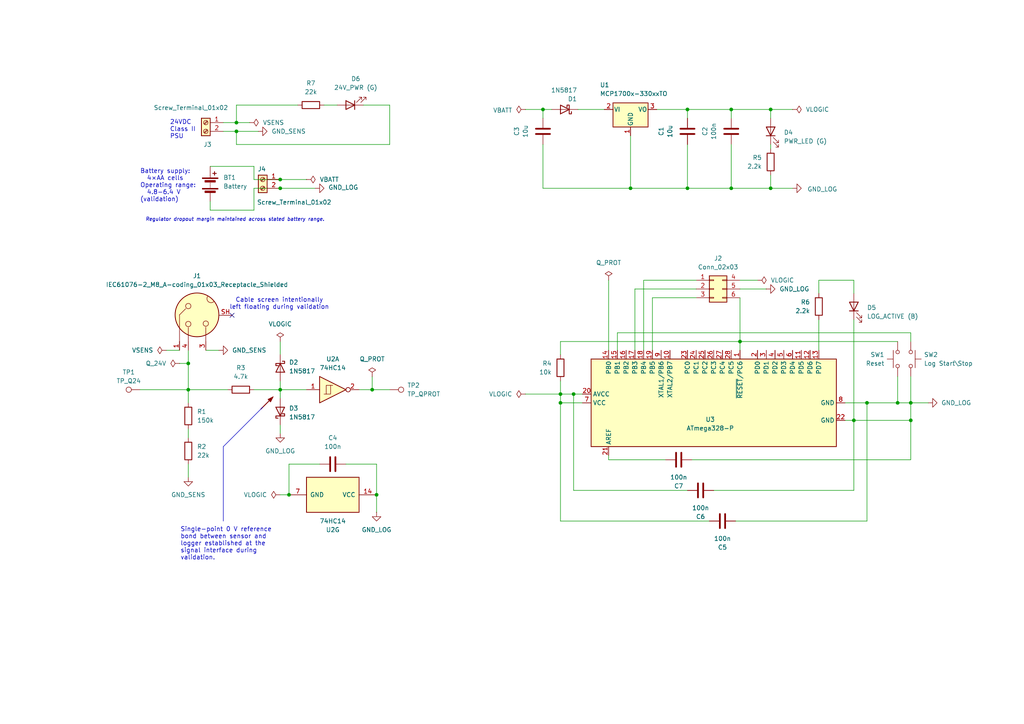
<source format=kicad_sch>
(kicad_sch (version 20250114) (generator "eeschema") (generator_version "9.0")
  (paper "A4")
  (title_block (title "Empirical Validation\\nLogging Platform\\n\\nReference Schematic") (date "02.01.2026") (rev "AAA") (company "Primafruit Ltd") (comment 1 "W.Bickerstaff") (comment 3 "For Validation Use Only"))
  (lib_symbols
    (symbol "74xx:74HC14" (pin_names (offset 1.016))
      (property "Reference" "U" (at 0 1.27 0))
      (property "Value" "74HC14" (at 0 -1.27 0))
      (symbol "74HC14_1_0"
        (polyline (pts (xy -3.81 3.81) (xy -3.81 -3.81) (xy 3.81 0) (xy -3.81 3.81)) (stroke (width 0.254)) (fill (type background)))
        (pin input line (at -7.62 0 0) (length 3.81) (name "~") (number "1"))
        (pin output inverted (at 7.62 0 180) (length 3.81) (name "~") (number "2"))
      )
      (symbol "74HC14_1_1"
        (polyline (pts (xy -2.54 -1.27) (xy -0.635 -1.27) (xy -0.635 1.27) (xy 0 1.27)))
        (polyline (pts (xy -1.905 -1.27) (xy -1.905 1.27) (xy -0.635 1.27)))
      )
      (symbol "74HC14_2_0"
        (polyline (pts (xy -3.81 3.81) (xy -3.81 -3.81) (xy 3.81 0) (xy -3.81 3.81)) (stroke (width 0.254)) (fill (type background)))
        (pin input line (at -7.62 0 0) (length 3.81) (name "~") (number "3"))
        (pin output inverted (at 7.62 0 180) (length 3.81) (name "~") (number "4"))
      )
      (symbol "74HC14_2_1"
        (polyline (pts (xy -2.54 -1.27) (xy -0.635 -1.27) (xy -0.635 1.27) (xy 0 1.27)))
        (polyline (pts (xy -1.905 -1.27) (xy -1.905 1.27) (xy -0.635 1.27)))
      )
      (symbol "74HC14_3_0"
        (polyline (pts (xy -3.81 3.81) (xy -3.81 -3.81) (xy 3.81 0) (xy -3.81 3.81)) (stroke (width 0.254)) (fill (type background)))
        (pin input line (at -7.62 0 0) (length 3.81) (name "~") (number "5"))
        (pin output inverted (at 7.62 0 180) (length 3.81) (name "~") (number "6"))
      )
      (symbol "74HC14_3_1"
        (polyline (pts (xy -2.54 -1.27) (xy -0.635 -1.27) (xy -0.635 1.27) (xy 0 1.27)))
        (polyline (pts (xy -1.905 -1.27) (xy -1.905 1.27) (xy -0.635 1.27)))
      )
      (symbol "74HC14_4_0"
        (polyline (pts (xy -3.81 3.81) (xy -3.81 -3.81) (xy 3.81 0) (xy -3.81 3.81)) (stroke (width 0.254)) (fill (type background)))
        (pin input line (at -7.62 0 0) (length 3.81) (name "~") (number "9"))
        (pin output inverted (at 7.62 0 180) (length 3.81) (name "~") (number "8"))
      )
      (symbol "74HC14_4_1"
        (polyline (pts (xy -2.54 -1.27) (xy -0.635 -1.27) (xy -0.635 1.27) (xy 0 1.27)))
        (polyline (pts (xy -1.905 -1.27) (xy -1.905 1.27) (xy -0.635 1.27)))
      )
      (symbol "74HC14_5_0"
        (polyline (pts (xy -3.81 3.81) (xy -3.81 -3.81) (xy 3.81 0) (xy -3.81 3.81)) (stroke (width 0.254)) (fill (type background)))
        (pin input line (at -7.62 0 0) (length 3.81) (name "~") (number "11"))
        (pin output inverted (at 7.62 0 180) (length 3.81) (name "~") (number "10"))
      )
      (symbol "74HC14_5_1"
        (polyline (pts (xy -2.54 -1.27) (xy -0.635 -1.27) (xy -0.635 1.27) (xy 0 1.27)))
        (polyline (pts (xy -1.905 -1.27) (xy -1.905 1.27) (xy -0.635 1.27)))
      )
      (symbol "74HC14_6_0"
        (polyline (pts (xy -3.81 3.81) (xy -3.81 -3.81) (xy 3.81 0) (xy -3.81 3.81)) (stroke (width 0.254)) (fill (type background)))
        (pin input line (at -7.62 0 0) (length 3.81) (name "~") (number "13"))
        (pin output inverted (at 7.62 0 180) (length 3.81) (name "~") (number "12"))
      )
      (symbol "74HC14_6_1"
        (polyline (pts (xy -2.54 -1.27) (xy -0.635 -1.27) (xy -0.635 1.27) (xy 0 1.27)))
        (polyline (pts (xy -1.905 -1.27) (xy -1.905 1.27) (xy -0.635 1.27)))
      )
      (symbol "74HC14_7_0"
        (pin power_in line (at 0 12.7 270) (length 5.08) (name "VCC") (number "14"))
        (pin power_in line (at 0 -12.7 90) (length 5.08) (name "GND") (number "7"))
      )
      (symbol "74HC14_7_1"
        (rectangle (start -5.08 7.62) (end 5.08 -7.62) (stroke (width 0.254)) (fill (type background)))
      )
    )
    (symbol "Connector:IEC61076-2_M8_A-coding_01x03_Receptacle_Shielded"
      (property "Reference" "J" (at 0 7.62 0))
      (property "Value" "IEC61076-2_M8_A-coding_01x03_Receptacle_Shielded" (at 0 -7.62 0))
      (symbol "IEC61076-2_M8_A-coding_01x03_Receptacle_Shielded_0_1"
        (polyline (pts (xy -7.62 -2.54) (xy -3.429 -2.54)))
        (polyline (pts (xy -3.556 2.54) (xy -7.62 2.54)))
        (circle (center -2.54 2.54) (radius 0.762))
        (circle (center -2.413 -2.54) (radius 0.762))
        (polyline (pts (xy 0.1144 5.0908) (xy 1.8924 3.3128)))
        (circle (center 0.1144 0.0108) (radius 6.35) (stroke (width 0.254)) (fill (type background)))
        (polyline (pts (xy 0.127 5.08) (xy -7.62 5.08)))
        (circle (center 2.667 2.54) (radius 0.762))
        (arc (start 4.0514 -4.9422) (mid 3.9369 -3.3019) (end 5.5754 -3.1642))
      )
      (symbol "IEC61076-2_M8_A-coding_01x03_Receptacle_Shielded_1_1"
        (pin passive line (at -10.16 5.08 0) (length 2.54) (name "~") (number "1"))
        (pin passive line (at -10.16 2.54 0) (length 2.54) (name "~") (number "4"))
        (pin passive line (at -10.16 -2.54 0) (length 2.54) (name "~") (number "3"))
        (pin passive line (at 0 -10.16 90) (length 3.81) (name "~") (number "SH"))
      )
    )
    (symbol "Connector:Screw_Terminal_01x02" (pin_names (offset 1.016) (hide yes))
      (property "Reference" "J" (at 0 2.54 0))
      (property "Value" "Screw_Terminal_01x02" (at 0 -5.08 0))
      (symbol "Screw_Terminal_01x02_1_1"
        (rectangle (start -1.27 1.27) (end 1.27 -3.81) (stroke (width 0.254)) (fill (type background)))
        (polyline (pts (xy -0.5334 0.3302) (xy 0.3302 -0.508)) (stroke (width 0.1524)))
        (polyline (pts (xy -0.5334 -2.2098) (xy 0.3302 -3.048)) (stroke (width 0.1524)))
        (polyline (pts (xy -0.3556 0.508) (xy 0.508 -0.3302)) (stroke (width 0.1524)))
        (polyline (pts (xy -0.3556 -2.032) (xy 0.508 -2.8702)) (stroke (width 0.1524)))
        (circle (center 0 0) (radius 0.635) (stroke (width 0.1524)))
        (circle (center 0 -2.54) (radius 0.635) (stroke (width 0.1524)))
        (pin passive line (at -5.08 0 0) (length 3.81) (name "Pin_1") (number "1"))
        (pin passive line (at -5.08 -2.54 0) (length 3.81) (name "Pin_2") (number "2"))
      )
    )
    (symbol "Connector:TestPoint" (pin_numbers (hide yes)) (pin_names (offset 0.762) (hide yes))
      (property "Reference" "TP" (at 0 6.858 0))
      (property "Value" "TestPoint" (at 0 5.08 0))
      (symbol "TestPoint_0_1"
        (circle (center 0 3.302) (radius 0.762))
      )
      (symbol "TestPoint_1_1"
        (pin passive line (at 0 0 90) (length 2.54) (name "1") (number "1"))
      )
    )
    (symbol "Connector_Generic:Conn_02x03_Top_Bottom" (pin_names (offset 1.016) (hide yes))
      (property "Reference" "J" (at 1.27 5.08 0))
      (property "Value" "Conn_02x03_Top_Bottom" (at 1.27 -5.08 0))
      (symbol "Conn_02x03_Top_Bottom_1_1"
        (rectangle (start -1.27 3.81) (end 3.81 -3.81) (stroke (width 0.254)) (fill (type background)))
        (rectangle (start -1.27 2.667) (end 0 2.413) (stroke (width 0.1524)))
        (rectangle (start -1.27 0.127) (end 0 -0.127) (stroke (width 0.1524)))
        (rectangle (start -1.27 -2.413) (end 0 -2.667) (stroke (width 0.1524)))
        (rectangle (start 3.81 2.667) (end 2.54 2.413) (stroke (width 0.1524)))
        (rectangle (start 3.81 0.127) (end 2.54 -0.127) (stroke (width 0.1524)))
        (rectangle (start 3.81 -2.413) (end 2.54 -2.667) (stroke (width 0.1524)))
        (pin passive line (at -5.08 2.54 0) (length 3.81) (name "Pin_1") (number "1"))
        (pin passive line (at -5.08 0 0) (length 3.81) (name "Pin_2") (number "2"))
        (pin passive line (at -5.08 -2.54 0) (length 3.81) (name "Pin_3") (number "3"))
        (pin passive line (at 7.62 2.54 180) (length 3.81) (name "Pin_4") (number "4"))
        (pin passive line (at 7.62 0 180) (length 3.81) (name "Pin_5") (number "5"))
        (pin passive line (at 7.62 -2.54 180) (length 3.81) (name "Pin_6") (number "6"))
      )
    )
    (symbol "Device:Battery" (pin_numbers (hide yes)) (pin_names (offset 0) (hide yes))
      (property "Reference" "BT" (at 2.54 2.54 0))
      (property "Value" "Battery" (at 2.54 0 0))
      (symbol "Battery_0_1"
        (rectangle (start -2.286 1.778) (end 2.286 1.524) (fill (type outline)))
        (rectangle (start -2.286 -1.27) (end 2.286 -1.524) (fill (type outline)))
        (rectangle (start -1.524 1.016) (end 1.524 0.508) (fill (type outline)))
        (rectangle (start -1.524 -2.032) (end 1.524 -2.54) (fill (type outline)))
        (polyline (pts (xy 0 1.778) (xy 0 2.54)))
        (polyline (pts (xy 0 0) (xy 0 0.254)))
        (polyline (pts (xy 0 -0.508) (xy 0 -0.254)))
        (polyline (pts (xy 0 -1.016) (xy 0 -0.762)))
        (polyline (pts (xy 0.762 3.048) (xy 1.778 3.048)) (stroke (width 0.254)))
        (polyline (pts (xy 1.27 3.556) (xy 1.27 2.54)) (stroke (width 0.254)))
      )
      (symbol "Battery_1_1"
        (pin passive line (at 0 5.08 270) (length 2.54) (name "+") (number "1"))
        (pin passive line (at 0 -5.08 90) (length 2.54) (name "-") (number "2"))
      )
    )
    (symbol "Device:C" (pin_numbers (hide yes)) (pin_names (offset 0.254))
      (property "Reference" "C" (at 0.635 2.54 0))
      (property "Value" "C" (at 0.635 -2.54 0))
      (symbol "C_0_1"
        (polyline (pts (xy -2.032 0.762) (xy 2.032 0.762)) (stroke (width 0.508)))
        (polyline (pts (xy -2.032 -0.762) (xy 2.032 -0.762)) (stroke (width 0.508)))
      )
      (symbol "C_1_1"
        (pin passive line (at 0 3.81 270) (length 2.794) (name "~") (number "1"))
        (pin passive line (at 0 -3.81 90) (length 2.794) (name "~") (number "2"))
      )
    )
    (symbol "Device:LED" (pin_numbers (hide yes)) (pin_names (offset 1.016) (hide yes))
      (property "Reference" "D" (at 0 2.54 0))
      (property "Value" "LED" (at 0 -2.54 0))
      (symbol "LED_0_1"
        (polyline (pts (xy -3.048 -0.762) (xy -4.572 -2.286) (xy -3.81 -2.286) (xy -4.572 -2.286) (xy -4.572 -1.524)))
        (polyline (pts (xy -1.778 -0.762) (xy -3.302 -2.286) (xy -2.54 -2.286) (xy -3.302 -2.286) (xy -3.302 -1.524)))
        (polyline (pts (xy -1.27 0) (xy 1.27 0)))
        (polyline (pts (xy -1.27 -1.27) (xy -1.27 1.27)) (stroke (width 0.254)))
        (polyline (pts (xy 1.27 -1.27) (xy 1.27 1.27) (xy -1.27 0) (xy 1.27 -1.27)) (stroke (width 0.254)))
      )
      (symbol "LED_1_1"
        (pin passive line (at -3.81 0 0) (length 2.54) (name "K") (number "1"))
        (pin passive line (at 3.81 0 180) (length 2.54) (name "A") (number "2"))
      )
    )
    (symbol "Device:R" (pin_numbers (hide yes)) (pin_names (offset 0))
      (property "Reference" "R" (at 2.032 0 90))
      (property "Value" "R" (at 0 0 90))
      (symbol "R_0_1"
        (rectangle (start -1.016 -2.54) (end 1.016 2.54) (stroke (width 0.254)))
      )
      (symbol "R_1_1"
        (pin passive line (at 0 3.81 270) (length 1.27) (name "~") (number "1"))
        (pin passive line (at 0 -3.81 90) (length 1.27) (name "~") (number "2"))
      )
    )
    (symbol "Diode:1N5817" (pin_numbers (hide yes)) (pin_names (offset 1.016) (hide yes))
      (property "Reference" "D" (at 0 2.54 0))
      (property "Value" "1N5817" (at 0 -2.54 0))
      (symbol "1N5817_0_1"
        (polyline (pts (xy -1.905 0.635) (xy -1.905 1.27) (xy -1.27 1.27) (xy -1.27 -1.27) (xy -0.635 -1.27) (xy -0.635 -0.635)) (stroke (width 0.254)))
        (polyline (pts (xy 1.27 1.27) (xy 1.27 -1.27) (xy -1.27 0) (xy 1.27 1.27)) (stroke (width 0.254)))
        (polyline (pts (xy 1.27 0) (xy -1.27 0)))
      )
      (symbol "1N5817_1_1"
        (pin passive line (at -3.81 0 0) (length 2.54) (name "K") (number "1"))
        (pin passive line (at 3.81 0 180) (length 2.54) (name "A") (number "2"))
      )
    )
    (symbol "Graphic:SYM_Arrow45_Normal" (pin_numbers (hide yes)) (in_bom no) (on_board no)
      (symbol "SYM_Arrow45_Normal_0_1"
        (polyline (pts (xy 1.524 -1.524) (xy -1.778 1.778)) (stroke (width 0.254)))
        (polyline (pts (xy 1.778 -1.778) (xy 0.254 -1.016) (xy 1.016 -0.254) (xy 1.778 -1.778)) (fill (type outline)))
      )
    )
    (symbol "MCU_Microchip_ATmega:ATmega328-P"
      (property "Reference" "U3" (at 5.4454 -44.45 90))
      (property "Value" "ATmega328-P" (at 2.9054 -44.45 90))
      (symbol "ATmega328-P_0_1"
        (rectangle (start -12.7 -35.56) (end 12.7 35.56) (stroke (width 0.254)) (fill (type background)))
      )
      (symbol "ATmega328-P_1_1"
        (pin passive line (at -15.24 30.48 0) (length 2.54) (name "AREF") (number "21"))
        (pin power_in line (at -5.08 -38.1 90) (length 2.54) (name "GND") (number "22"))
        (pin power_in line (at 0 38.1 270) (length 2.54) (name "VCC") (number "7"))
        (pin power_in line (at 0 -38.1 90) (length 2.54) (name "GND") (number "8"))
        (pin power_in line (at 2.54 38.1 270) (length 2.54) (name "AVCC") (number "20"))
        (pin bidirectional line (at 15.24 30.48 180) (length 2.54) (name "PB0") (number "14"))
        (pin bidirectional line (at 15.24 27.94 180) (length 2.54) (name "PB1") (number "15"))
        (pin bidirectional line (at 15.24 25.4 180) (length 2.54) (name "PB2") (number "16"))
        (pin bidirectional line (at 15.24 22.86 180) (length 2.54) (name "PB3") (number "17"))
        (pin bidirectional line (at 15.24 20.32 180) (length 2.54) (name "PB4") (number "18"))
        (pin bidirectional line (at 15.24 17.78 180) (length 2.54) (name "PB5") (number "19"))
        (pin bidirectional line (at 15.24 15.24 180) (length 2.54) (name "XTAL1/PB6") (number "9"))
        (pin bidirectional line (at 15.24 12.7 180) (length 2.54) (name "XTAL2/PB7") (number "10"))
        (pin bidirectional line (at 15.24 7.62 180) (length 2.54) (name "PC0") (number "23"))
        (pin bidirectional line (at 15.24 5.08 180) (length 2.54) (name "PC1") (number "24"))
        (pin bidirectional line (at 15.24 2.54 180) (length 2.54) (name "PC2") (number "25"))
        (pin bidirectional line (at 15.24 0 180) (length 2.54) (name "PC3") (number "26"))
        (pin bidirectional line (at 15.24 -2.54 180) (length 2.54) (name "PC4") (number "27"))
        (pin bidirectional line (at 15.24 -5.08 180) (length 2.54) (name "PC5") (number "28"))
        (pin bidirectional line (at 15.24 -7.62 180) (length 2.54) (name "~{RESET}/PC6") (number "1"))
        (pin bidirectional line (at 15.24 -12.7 180) (length 2.54) (name "PD0") (number "2"))
        (pin bidirectional line (at 15.24 -15.24 180) (length 2.54) (name "PD1") (number "3"))
        (pin bidirectional line (at 15.24 -17.78 180) (length 2.54) (name "PD2") (number "4"))
        (pin bidirectional line (at 15.24 -20.32 180) (length 2.54) (name "PD3") (number "5"))
        (pin bidirectional line (at 15.24 -22.86 180) (length 2.54) (name "PD4") (number "6"))
        (pin bidirectional line (at 15.24 -25.4 180) (length 2.54) (name "PD5") (number "11"))
        (pin bidirectional line (at 15.24 -27.94 180) (length 2.54) (name "PD6") (number "12"))
        (pin bidirectional line (at 15.24 -30.48 180) (length 2.54) (name "PD7") (number "13"))
      )
    )
    (symbol "Regulator_Linear:MCP1700x-330xxTO" (pin_names (offset 0.254))
      (property "Reference" "U" (at -3.81 -3.175 0))
      (property "Value" "MCP1700x-330xxTO" (at 0 -3.175 0))
      (symbol "MCP1700x-330xxTO_0_1"
        (rectangle (start -5.08 5.08) (end 5.08 -1.905) (stroke (width 0.254)) (fill (type background)))
      )
      (symbol "MCP1700x-330xxTO_1_1"
        (pin power_in line (at -7.62 0 0) (length 2.54) (name "VI") (number "2"))
        (pin power_in line (at 0 7.62 270) (length 2.54) (name "GND") (number "1"))
        (pin power_out line (at 7.62 0 180) (length 2.54) (name "VO") (number "3"))
      )
    )
    (symbol "Switch:SW_Push" (pin_numbers (hide yes)) (pin_names (offset 1.016) (hide yes))
      (property "Reference" "SW" (at 1.27 2.54 0))
      (property "Value" "SW_Push" (at 0 -1.524 0))
      (symbol "SW_Push_0_1"
        (circle (center -2.032 0) (radius 0.508))
        (polyline (pts (xy 0 1.27) (xy 0 3.048)))
        (circle (center 2.032 0) (radius 0.508))
        (polyline (pts (xy 2.54 1.27) (xy -2.54 1.27)))
        (pin passive line (at -5.08 0 0) (length 2.54) (name "1") (number "1"))
        (pin passive line (at 5.08 0 180) (length 2.54) (name "2") (number "2"))
      )
    )
    (symbol "power:GND" (power) (pin_numbers (hide yes)) (pin_names (offset 0) (hide yes))
      (property "Value" "GND" (at 0 -3.81 0))
      (symbol "GND_0_1"
        (polyline (pts (xy 0 0) (xy 0 -1.27) (xy 1.27 -1.27) (xy 0 -2.54) (xy -1.27 -1.27) (xy 0 -1.27)))
      )
      (symbol "GND_1_1"
        (pin power_in line (at 0 0 270) (length 0) (name "~") (number "1"))
      )
    )
    (symbol "power:PWR_FLAG" (power) (pin_numbers (hide yes)) (pin_names (offset 0) (hide yes))
      (property "Value" "PWR_FLAG" (at 0 3.81 0))
      (symbol "PWR_FLAG_0_0"
        (pin power_out line (at 0 0 90) (length 0) (name "~") (number "1"))
      )
      (symbol "PWR_FLAG_0_1"
        (polyline (pts (xy 0 0) (xy 0 1.27) (xy -1.016 1.905) (xy 0 2.54) (xy 1.016 1.905) (xy 0 1.27)))
      )
    )
  )
  (text "Battery supply:\n  4×AA cells\nOperating range:\n  4.8-6.4 V\n(validation)" (at 40.64 53.848 0) (effects (font (size 1.27 1.27)) (justify left)))
  (text "Regulator dropout margin maintained across stated battery range." (at 42.164 63.754 0) (effects (font (size 1.016 1.016) (italic yes)) (justify left)))
  (text "24VDC\nClass II\nPSU" (at 49.276 37.592 0) (effects (font (size 1.27 1.27)) (justify left)))
  (text "Single-point 0 V reference \nbond between sensor and \nlogger established at the\nsignal interface during\nvalidation." (at 52.324 157.734 0) (effects (font (size 1.27 1.27)) (justify left)))
  (text "Cable screen intentionally\nleft floating during validation" (at 81.026 88.138 0) (effects (font (size 1.27 1.27))))
  (junction (at 54.61 113.03))
  (junction (at 54.61 105.41))
  (junction (at 68.58 38.1))
  (junction (at 182.88 54.61))
  (junction (at 264.16 121.92))
  (junction (at 107.95 113.03))
  (junction (at 212.09 31.75))
  (junction (at 223.52 31.75))
  (junction (at 264.16 116.84))
  (junction (at 199.39 54.61))
  (junction (at 214.63 99.06))
  (junction (at 83.82 143.51))
  (junction (at 81.28 113.03))
  (junction (at 157.48 31.75))
  (junction (at 260.35 116.84))
  (junction (at 109.22 143.51))
  (junction (at 247.65 121.92))
  (junction (at 162.56 114.3))
  (junction (at 68.58 35.56))
  (junction (at 166.37 114.3))
  (junction (at 81.28 54.61))
  (junction (at 81.28 52.07))
  (junction (at 162.56 116.84))
  (junction (at 199.39 31.75))
  (junction (at 251.46 116.84))
  (junction (at 223.52 54.61))
  (junction (at 212.09 54.61))
  (no_connect (at 67.31 91.44))
  (wire (pts (xy 223.52 31.75) (xy 223.52 34.29)))
  (wire (pts (xy 179.07 101.6) (xy 179.07 96.52)))
  (wire (pts (xy 245.11 116.84) (xy 251.46 116.84)))
  (wire (pts (xy 162.56 114.3) (xy 166.37 114.3)))
  (wire (pts (xy 63.5 101.6) (xy 59.69 101.6)))
  (wire (pts (xy 247.65 121.92) (xy 264.16 121.92)))
  (wire (pts (xy 207.01 142.24) (xy 247.65 142.24)))
  (wire (pts (xy 214.63 86.36) (xy 214.63 99.06)))
  (wire (pts (xy 68.58 38.1) (xy 74.93 38.1)))
  (wire (pts (xy 189.23 86.36) (xy 189.23 101.6)))
  (wire (pts (xy 86.36 30.48) (xy 68.58 30.48)))
  (wire (pts (xy 200.66 133.35) (xy 264.16 133.35)))
  (wire (pts (xy 60.96 58.42) (xy 60.96 60.96)))
  (wire (pts (xy 73.66 48.26) (xy 73.66 52.07)))
  (wire (pts (xy 264.16 109.22) (xy 264.16 116.84)))
  (wire (pts (xy 100.33 134.62) (xy 109.22 134.62)))
  (wire (pts (xy 212.09 54.61) (xy 223.52 54.61)))
  (wire (pts (xy 260.35 116.84) (xy 251.46 116.84)))
  (wire (pts (xy 157.48 31.75) (xy 160.02 31.75)))
  (wire (pts (xy 214.63 99.06) (xy 214.63 101.6)))
  (wire (pts (xy 109.22 134.62) (xy 109.22 143.51)))
  (wire (pts (xy 162.56 99.06) (xy 214.63 99.06)))
  (wire (pts (xy 81.28 110.49) (xy 81.28 113.03)))
  (wire (pts (xy 104.14 113.03) (xy 107.95 113.03)))
  (wire (pts (xy 52.07 105.41) (xy 54.61 105.41)))
  (wire (pts (xy 223.52 50.8) (xy 223.52 54.61)))
  (wire (pts (xy 162.56 110.49) (xy 162.56 114.3)))
  (wire (pts (xy 157.48 41.91) (xy 157.48 54.61)))
  (wire (pts (xy 212.09 41.91) (xy 212.09 54.61)))
  (wire (pts (xy 247.65 142.24) (xy 247.65 121.92)))
  (wire (pts (xy 68.58 30.48) (xy 68.58 35.56)))
  (wire (pts (xy 107.95 113.03) (xy 113.03 113.03)))
  (wire (pts (xy 73.66 113.03) (xy 81.28 113.03)))
  (wire (pts (xy 176.53 132.08) (xy 176.53 133.35)))
  (wire (pts (xy 93.98 30.48) (xy 97.79 30.48)))
  (wire (pts (xy 54.61 134.62) (xy 54.61 138.43)))
  (wire (pts (xy 237.49 85.09) (xy 237.49 81.28)))
  (wire (pts (xy 190.5 31.75) (xy 199.39 31.75)))
  (wire (pts (xy 60.96 60.96) (xy 73.66 60.96)))
  (wire (pts (xy 157.48 34.29) (xy 157.48 31.75)))
  (wire (pts (xy 54.61 113.03) (xy 66.04 113.03)))
  (wire (pts (xy 167.64 31.75) (xy 175.26 31.75)))
  (wire (pts (xy 213.36 151.13) (xy 251.46 151.13)))
  (wire (pts (xy 199.39 41.91) (xy 199.39 54.61)))
  (wire (pts (xy 223.52 31.75) (xy 212.09 31.75)))
  (wire (pts (xy 83.82 143.51) (xy 83.82 134.62)))
  (wire (pts (xy 201.93 81.28) (xy 186.69 81.28)))
  (wire (pts (xy 223.52 43.18) (xy 223.52 41.91)))
  (wire (pts (xy 201.93 83.82) (xy 184.15 83.82)))
  (wire (pts (xy 68.58 35.56) (xy 72.39 35.56)))
  (wire (pts (xy 184.15 83.82) (xy 184.15 101.6)))
  (wire (pts (xy 251.46 116.84) (xy 251.46 151.13)))
  (wire (pts (xy 237.49 92.71) (xy 237.49 101.6)))
  (wire (pts (xy 73.66 60.96) (xy 73.66 54.61)))
  (wire (pts (xy 214.63 83.82) (xy 222.25 83.82)))
  (wire (pts (xy 162.56 102.87) (xy 162.56 99.06)))
  (wire (pts (xy 182.88 54.61) (xy 199.39 54.61)))
  (wire (pts (xy 113.03 41.91) (xy 68.58 41.91)))
  (wire (pts (xy 214.63 81.28) (xy 219.71 81.28)))
  (wire (pts (xy 176.53 81.28) (xy 176.53 101.6)))
  (wire (pts (xy 40.64 113.03) (xy 54.61 113.03)))
  (wire (pts (xy 260.35 116.84) (xy 264.16 116.84)))
  (wire (pts (xy 264.16 96.52) (xy 264.16 99.06)))
  (wire (pts (xy 81.28 113.03) (xy 81.28 115.57)))
  (wire (pts (xy 152.4 114.3) (xy 162.56 114.3)))
  (wire (pts (xy 162.56 151.13) (xy 162.56 116.84)))
  (wire (pts (xy 48.26 101.6) (xy 52.07 101.6)))
  (wire (pts (xy 81.28 113.03) (xy 88.9 113.03)))
  (polyline (pts (xy 64.77 129.54) (xy 64.77 151.13)))
  (wire (pts (xy 60.96 48.26) (xy 73.66 48.26)))
  (wire (pts (xy 73.66 52.07) (xy 81.28 52.07)))
  (wire (pts (xy 54.61 105.41) (xy 54.61 101.6)))
  (wire (pts (xy 247.65 81.28) (xy 247.65 85.09)))
  (wire (pts (xy 81.28 123.19) (xy 81.28 125.73)))
  (wire (pts (xy 83.82 134.62) (xy 92.71 134.62)))
  (wire (pts (xy 247.65 92.71) (xy 247.65 121.92)))
  (wire (pts (xy 179.07 96.52) (xy 264.16 96.52)))
  (wire (pts (xy 264.16 121.92) (xy 264.16 133.35)))
  (wire (pts (xy 245.11 121.92) (xy 247.65 121.92)))
  (wire (pts (xy 109.22 143.51) (xy 109.22 148.59)))
  (wire (pts (xy 176.53 133.35) (xy 193.04 133.35)))
  (wire (pts (xy 81.28 52.07) (xy 88.9 52.07)))
  (wire (pts (xy 214.63 99.06) (xy 260.35 99.06)))
  (wire (pts (xy 237.49 81.28) (xy 247.65 81.28)))
  (wire (pts (xy 199.39 54.61) (xy 212.09 54.61)))
  (wire (pts (xy 212.09 31.75) (xy 199.39 31.75)))
  (wire (pts (xy 105.41 30.48) (xy 113.03 30.48)))
  (wire (pts (xy 157.48 54.61) (xy 182.88 54.61)))
  (wire (pts (xy 64.77 35.56) (xy 68.58 35.56)))
  (wire (pts (xy 199.39 34.29) (xy 199.39 31.75)))
  (polyline (pts (xy 64.77 129.54) (xy 76.2 118.11)))
  (wire (pts (xy 186.69 81.28) (xy 186.69 101.6)))
  (wire (pts (xy 166.37 114.3) (xy 168.91 114.3)))
  (wire (pts (xy 162.56 116.84) (xy 168.91 116.84)))
  (wire (pts (xy 64.77 38.1) (xy 68.58 38.1)))
  (wire (pts (xy 54.61 124.46) (xy 54.61 127)))
  (wire (pts (xy 264.16 116.84) (xy 269.24 116.84)))
  (wire (pts (xy 201.93 86.36) (xy 189.23 86.36)))
  (wire (pts (xy 205.74 151.13) (xy 162.56 151.13)))
  (wire (pts (xy 223.52 54.61) (xy 229.87 54.61)))
  (wire (pts (xy 182.88 39.37) (xy 182.88 54.61)))
  (wire (pts (xy 199.39 142.24) (xy 166.37 142.24)))
  (wire (pts (xy 260.35 109.22) (xy 260.35 116.84)))
  (wire (pts (xy 54.61 113.03) (xy 54.61 116.84)))
  (wire (pts (xy 81.28 143.51) (xy 83.82 143.51)))
  (wire (pts (xy 212.09 31.75) (xy 212.09 34.29)))
  (wire (pts (xy 54.61 105.41) (xy 54.61 113.03)))
  (wire (pts (xy 152.4 31.75) (xy 157.48 31.75)))
  (wire (pts (xy 113.03 30.48) (xy 113.03 41.91)))
  (wire (pts (xy 264.16 116.84) (xy 264.16 121.92)))
  (wire (pts (xy 229.87 31.75) (xy 223.52 31.75)))
  (wire (pts (xy 81.28 54.61) (xy 91.44 54.61)))
  (wire (pts (xy 73.66 54.61) (xy 81.28 54.61)))
  (wire (pts (xy 81.28 99.06) (xy 81.28 102.87)))
  (wire (pts (xy 107.95 113.03) (xy 107.95 109.22)))
  (wire (pts (xy 68.58 41.91) (xy 68.58 38.1)))
  (wire (pts (xy 162.56 114.3) (xy 162.56 116.84)))
  (wire (pts (xy 166.37 142.24) (xy 166.37 114.3)))
  (symbol (lib_id "power:GND") (at 229.87 54.61 90) (unit 1)
    (property "Reference" "#PWR01" (effects (hide yes)))
    (property "Value" "GND_LOG" (at 238.506 54.864 90))
    (property "Description" "Power symbol creates a global label with name \"GND\" , ground" (effects (hide yes)))
  )
  (symbol (lib_id "Connector:TestPoint") (at 40.64 113.03 90) (unit 1)
    (property "Reference" "TP1" (at 37.338 107.95 90))
    (property "Value" "TP_Q24" (at 37.338 110.49 90))
    (property "Description" "test point" (effects (hide yes)))
  )
  (symbol (lib_id "Connector_Generic:Conn_02x03_Top_Bottom") (at 207.01 83.82 0) (unit 1)
    (property "Reference" "J2" (at 208.28 74.93 0))
    (property "Value" "Conn_02x03" (at 208.28 77.47 0))
    (property "Description" "Generic connector, double row, 02x03, top/bottom pin numbering scheme (row 1: 1...pins_per_row, row2: pins_per_row+1 ... num_pins), script generated (kicad-library-utils/schlib/autogen/connector/)" (effects (hide yes)))
  )
  (symbol (lib_id "Device:LED") (at 223.52 38.1 90) (unit 1)
    (property "Reference" "D4" (at 227.33 38.4174 90) (effects (justify right)))
    (property "Value" "PWR_LED (G)" (at 227.33 40.9574 90) (effects (justify right)))
    (property "Description" "Light emitting diode" (effects (hide yes)))
    (property "Sim.Pins" "1=K 2=A" (effects (hide yes)))
  )
  (symbol (lib_id "Device:R") (at 90.17 30.48 90) (unit 1)
    (property "Reference" "R7" (at 90.17 24.13 90))
    (property "Value" "22k" (at 90.17 26.67 90))
    (property "Description" "Resistor" (effects (hide yes)))
  )
  (symbol (lib_id "power:PWR_FLAG") (at 48.26 101.6 90) (unit 1)
    (property "Reference" "#FLG03" (effects (hide yes)))
    (property "Value" "VSENS" (at 44.45 101.5999 90) (effects (justify left)))
    (property "Description" "Special symbol for telling ERC where power comes from" (effects (hide yes)))
  )
  (symbol (lib_id "power:PWR_FLAG") (at 176.53 81.28 0) (unit 1)
    (property "Reference" "#FLG010" (effects (hide yes)))
    (property "Value" "Q_PROT" (at 176.53 76.2 0))
    (property "Description" "Special symbol for telling ERC where power comes from" (effects (hide yes)))
  )
  (symbol (lib_id "Device:C") (at 96.52 134.62 270) (unit 1)
    (property "Reference" "C4" (at 96.52 127 90))
    (property "Value" "100n" (at 96.52 129.54 90))
    (property "Description" "Unpolarized capacitor" (effects (hide yes)))
  )
  (symbol (lib_id "Device:C") (at 203.2 142.24 270) (mirror x) (unit 1)
    (property "Reference" "C6" (at 203.2 149.86 90))
    (property "Value" "100n" (at 203.2 147.32 90))
    (property "Description" "Unpolarized capacitor" (effects (hide yes)))
  )
  (symbol (lib_id "power:PWR_FLAG") (at 81.28 99.06 0) (unit 1)
    (property "Reference" "#FLG06" (effects (hide yes)))
    (property "Value" "VLOGIC" (at 81.28 93.98 0))
    (property "Description" "Special symbol for telling ERC where power comes from" (effects (hide yes)))
  )
  (symbol (lib_id "power:PWR_FLAG") (at 72.39 35.56 270) (unit 1)
    (property "Reference" "#FLG011" (effects (hide yes)))
    (property "Value" "VSENS" (at 76.2 35.5599 90) (effects (justify left)))
    (property "Description" "Special symbol for telling ERC where power comes from" (effects (hide yes)))
  )
  (symbol (lib_id "Device:R") (at 162.56 106.68 0) (mirror y) (unit 1)
    (property "Reference" "R4" (at 160.02 105.4099 0) (effects (justify left)))
    (property "Value" "10k" (at 160.02 107.9499 0) (effects (justify left)))
    (property "Description" "Resistor" (effects (hide yes)))
  )
  (symbol (lib_id "Device:LED") (at 101.6 30.48 180) (unit 1)
    (property "Reference" "D6" (at 103.1875 22.86 0))
    (property "Value" "24V_PWR (G)" (at 103.1875 25.4 0))
    (property "Description" "Light emitting diode" (effects (hide yes)))
    (property "Sim.Pins" "1=K 2=A" (effects (hide yes)))
  )
  (symbol (lib_id "power:GND") (at 222.25 83.82 90) (unit 1)
    (property "Reference" "#PWR07" (effects (hide yes)))
    (property "Value" "GND_LOG" (at 226.06 83.8199 90) (effects (justify right)))
    (property "Description" "Power symbol creates a global label with name \"GND\" , ground" (effects (hide yes)))
  )
  (symbol (lib_id "power:GND") (at 54.61 138.43 0) (unit 1)
    (property "Reference" "#PWR04" (effects (hide yes)))
    (property "Value" "GND_SENS" (at 54.61 143.51 0))
    (property "Description" "Power symbol creates a global label with name \"GND\" , ground" (effects (hide yes)))
  )
  (symbol (lib_id "Connector:IEC61076-2_M8_A-coding_01x03_Receptacle_Shielded") (at 57.15 91.44 90) (unit 1)
    (property "Reference" "J1" (at 57.1392 80.01 90))
    (property "Value" "IEC61076-2_M8_A-coding_01x03_Receptacle_Shielded" (at 57.1392 82.55 90))
    (property "Description" "IEC 61076-2 3 ways shielded M8 A-coding receptacle connector" (effects (hide yes)))
  )
  (symbol (lib_id "power:PWR_FLAG") (at 219.71 81.28 270) (unit 1)
    (property "Reference" "#FLG09" (effects (hide yes)))
    (property "Value" "VLOGIC" (at 223.52 81.2799 90) (effects (justify left)))
    (property "Description" "Special symbol for telling ERC where power comes from" (effects (hide yes)))
  )
  (symbol (lib_id "Device:C") (at 212.09 38.1 0) (unit 1)
    (property "Reference" "C2" (at 204.47 38.1 90))
    (property "Value" "100n" (at 207.01 38.1 90))
    (property "Description" "Unpolarized capacitor" (effects (hide yes)))
  )
  (symbol (lib_id "Diode:1N5817") (at 81.28 106.68 270) (unit 1)
    (property "Reference" "D2" (at 83.82 105.0924 90) (effects (justify left)))
    (property "Value" "1N5817" (at 83.82 107.6324 90) (effects (justify left)))
    (property "Footprint" "Diode_THT:D_DO-41_SOD81_P10.16mm_Horizontal" (effects (hide yes)))
    (property "Datasheet" "http://www.vishay.com/docs/88525/1n5817.pdf" (effects (hide yes)))
    (property "Description" "20V 1A Schottky Barrier Rectifier Diode, DO-41" (effects (hide yes)))
  )
  (symbol (lib_id "power:PWR_FLAG") (at 52.07 105.41 90) (unit 1)
    (property "Reference" "#FLG05" (effects (hide yes)))
    (property "Value" "Q_24V" (at 48.26 105.4099 90) (effects (justify left)))
    (property "Description" "Special symbol for telling ERC where power comes from" (effects (hide yes)))
  )
  (symbol (lib_id "Regulator_Linear:MCP1700x-330xxTO") (at 182.88 31.75 0) (mirror x) (unit 1)
    (property "Reference" "U1" (at 173.99 24.638 0) (effects (justify left)))
    (property "Value" "MCP1700x-330xxTO" (at 173.99 27.178 0) (effects (justify left)))
    (property "Footprint" "Package_TO_SOT_THT:TO-92_Inline" (effects (hide yes)))
    (property "Datasheet" "http://ww1.microchip.com/downloads/en/DeviceDoc/20001826D.pdf" (effects (hide yes)))
    (property "Description" "250mA Low Quiscent Current LDO, 3.3V output, TO-92" (effects (hide yes)))
  )
  (symbol (lib_id "power:PWR_FLAG") (at 81.28 143.51 90) (unit 1)
    (property "Reference" "#FLG07" (effects (hide yes)))
    (property "Value" "VLOGIC" (at 77.47 143.5099 90) (effects (justify left)))
    (property "Description" "Special symbol for telling ERC where power comes from" (effects (hide yes)))
  )
  (symbol (lib_id "Device:R") (at 54.61 120.65 0) (unit 1)
    (property "Reference" "R1" (at 57.15 119.3799 0) (effects (justify left)))
    (property "Value" "150k" (at 57.15 121.9199 0) (effects (justify left)))
    (property "Description" "Resistor" (effects (hide yes)))
  )
  (symbol (lib_id "Graphic:SYM_Arrow45_Normal") (at 77.47 116.84 90) (unit 1) (exclude_from_sim yes) (in_bom no) (on_board no)
    (property "Reference" "#SYM1" (effects (hide yes)))
    (property "Value" "SYM_Arrow45_Normal" (effects (hide yes)))
    (property "Description" "Filled 45° arrow, 200mil" (effects (hide yes)))
  )
  (symbol (lib_id "74xx:74HC14") (at 96.52 113.03 0) (unit 1)
    (property "Reference" "U2" (at 96.52 104.14 0))
    (property "Value" "74HC14" (at 96.52 106.68 0))
    (property "Datasheet" "http://www.ti.com/lit/gpn/sn74HC14" (effects (hide yes)))
    (property "Description" "Hex inverter schmitt trigger" (effects (hide yes)))
  )
  (symbol (lib_id "Connector:Screw_Terminal_01x02") (at 76.2 52.07 0) (mirror y) (unit 1)
    (property "Reference" "J4" (at 75.946 49.022 0))
    (property "Value" "Screw_Terminal_01x02" (at 85.344 58.674 0))
    (property "Description" "Generic screw terminal, single row, 01x02, script generated (kicad-library-utils/schlib/autogen/connector/)" (effects (hide yes)))
  )
  (symbol (lib_id "power:GND") (at 269.24 116.84 90) (unit 1)
    (property "Reference" "#PWR06" (effects (hide yes)))
    (property "Value" "GND_LOG" (at 281.686 116.84 90) (effects (justify left)))
    (property "Description" "Power symbol creates a global label with name \"GND\" , ground" (effects (hide yes)))
  )
  (symbol (lib_id "Device:R") (at 237.49 88.9 0) (mirror y) (unit 1)
    (property "Reference" "R6" (at 234.95 87.6299 0) (effects (justify left)))
    (property "Value" "2.2k" (at 234.95 90.1699 0) (effects (justify left)))
    (property "Description" "Resistor" (effects (hide yes)))
  )
  (symbol (lib_id "Device:R") (at 223.52 46.99 0) (mirror y) (unit 1)
    (property "Reference" "R5" (at 220.98 45.7199 0) (effects (justify left)))
    (property "Value" "2.2k" (at 220.98 48.2599 0) (effects (justify left)))
    (property "Description" "Resistor" (effects (hide yes)))
  )
  (symbol (lib_id "power:PWR_FLAG") (at 229.87 31.75 270) (unit 1)
    (property "Reference" "#FLG02" (effects (hide yes)))
    (property "Value" "VLOGIC" (at 233.68 31.7499 90) (effects (justify left)))
    (property "Description" "Special symbol for telling ERC where power comes from" (effects (hide yes)))
  )
  (symbol (lib_id "power:GND") (at 81.28 125.73 0) (unit 1)
    (property "Reference" "#PWR05" (effects (hide yes)))
    (property "Value" "GND_LOG" (at 81.28 130.81 0))
    (property "Description" "Power symbol creates a global label with name \"GND\" , ground" (effects (hide yes)))
  )
  (symbol (lib_id "power:PWR_FLAG") (at 152.4 114.3 90) (unit 1)
    (property "Reference" "#FLG08" (effects (hide yes)))
    (property "Value" "VLOGIC" (at 148.59 114.2999 90) (effects (justify left)))
    (property "Description" "Special symbol for telling ERC where power comes from" (effects (hide yes)))
  )
  (symbol (lib_id "Device:C") (at 209.55 151.13 270) (mirror x) (unit 1)
    (property "Reference" "C5" (at 209.55 158.75 90))
    (property "Value" "100n" (at 209.55 156.21 90))
    (property "Description" "Unpolarized capacitor" (effects (hide yes)))
  )
  (symbol (lib_id "Device:R") (at 69.85 113.03 90) (unit 1)
    (property "Reference" "R3" (at 69.85 106.68 90))
    (property "Value" "4.7k" (at 69.85 109.22 90))
    (property "Description" "Resistor" (effects (hide yes)))
  )
  (symbol (lib_id "Device:R") (at 54.61 130.81 0) (unit 1)
    (property "Reference" "R2" (at 57.15 129.5399 0) (effects (justify left)))
    (property "Value" "22k" (at 57.15 132.0799 0) (effects (justify left)))
    (property "Description" "Resistor" (effects (hide yes)))
  )
  (symbol (lib_id "Device:Battery") (at 60.96 53.34 0) (unit 1)
    (property "Reference" "BT1" (at 64.77 51.4984 0) (effects (justify left)))
    (property "Value" "Battery" (at 64.77 54.0384 0) (effects (justify left)))
    (property "Description" "Multiple-cell battery" (effects (hide yes)))
  )
  (symbol (lib_id "power:GND") (at 91.44 54.61 90) (unit 1)
    (property "Reference" "#PWR09" (effects (hide yes)))
    (property "Value" "GND_LOG" (at 99.568 54.356 90))
    (property "Description" "Power symbol creates a global label with name \"GND\" , ground" (effects (hide yes)))
  )
  (symbol (lib_id "Connector:Screw_Terminal_01x02") (at 59.69 35.56 0) (mirror y) (unit 1)
    (property "Reference" "J3" (at 60.198 41.91 0))
    (property "Value" "Screw_Terminal_01x02" (at 55.372 31.242 0))
    (property "Description" "Generic screw terminal, single row, 01x02, script generated (kicad-library-utils/schlib/autogen/connector/)" (effects (hide yes)))
  )
  (symbol (lib_id "MCU_Microchip_ATmega:ATmega328-P") (at 207.01 116.84 90) (unit 1)
    (property "Reference" "U3" (at 205.994 121.666 90))
    (property "Value" "ATmega328-P" (at 205.994 124.206 90))
    (property "Footprint" "Package_DIP:DIP-28_W7.62mm" (effects (hide yes)))
    (property "Datasheet" "http://ww1.microchip.com/downloads/en/DeviceDoc/ATmega328_P%20AVR%20MCU%20with%20picoPower%20Technology%20Data%20Sheet%2040001984A.pdf" (effects (hide yes)))
    (property "Description" "20MHz, 32kB Flash, 2kB SRAM, 1kB EEPROM, DIP-28" (effects (hide yes)))
  )
  (symbol (lib_id "Device:C") (at 196.85 133.35 270) (mirror x) (unit 1)
    (property "Reference" "C7" (at 196.85 140.97 90))
    (property "Value" "100n" (at 196.85 138.43 90))
    (property "Description" "Unpolarized capacitor" (effects (hide yes)))
  )
  (symbol (lib_id "Switch:SW_Push") (at 260.35 104.14 90) (mirror x) (unit 1)
    (property "Reference" "SW1" (at 256.54 102.8699 90) (effects (justify left)))
    (property "Value" "Reset" (at 256.54 105.4099 90) (effects (justify left)))
    (property "Description" "Push button switch, generic, two pins" (effects (hide yes)))
  )
  (symbol (lib_id "Device:C") (at 199.39 38.1 180) (unit 1)
    (property "Reference" "C1" (at 191.77 38.1 90))
    (property "Value" "10u" (at 194.31 38.1 90))
    (property "Description" "Unpolarized capacitor" (effects (hide yes)))
  )
  (symbol (lib_id "power:PWR_FLAG") (at 107.95 109.22 0) (unit 1)
    (property "Reference" "#FLG04" (effects (hide yes)))
    (property "Value" "Q_PROT" (at 107.95 104.14 0))
    (property "Description" "Special symbol for telling ERC where power comes from" (effects (hide yes)))
  )
  (symbol (lib_id "74xx:74HC14") (at 96.52 143.51 270) (unit 7)
    (property "Reference" "U2" (at 96.52 153.67 90))
    (property "Value" "74HC14" (at 96.52 151.13 90))
    (property "Datasheet" "http://www.ti.com/lit/gpn/sn74HC14" (effects (hide yes)))
    (property "Description" "Hex inverter schmitt trigger" (effects (hide yes)))
  )
  (symbol (lib_id "power:PWR_FLAG") (at 152.4 31.75 90) (unit 1)
    (property "Reference" "#FLG01" (effects (hide yes)))
    (property "Value" "VBATT" (at 145.796 32.004 90))
    (property "Description" "Special symbol for telling ERC where power comes from" (effects (hide yes)))
  )
  (symbol (lib_id "power:GND") (at 74.93 38.1 90) (unit 1)
    (property "Reference" "#PWR08" (effects (hide yes)))
    (property "Value" "GND_SENS" (at 78.74 38.0999 90) (effects (justify right)))
    (property "Description" "Power symbol creates a global label with name \"GND\" , ground" (effects (hide yes)))
  )
  (symbol (lib_id "power:GND") (at 109.22 148.59 0) (unit 1)
    (property "Reference" "#PWR03" (effects (hide yes)))
    (property "Value" "GND_LOG" (at 109.22 153.67 0))
    (property "Description" "Power symbol creates a global label with name \"GND\" , ground" (effects (hide yes)))
  )
  (symbol (lib_id "Connector:TestPoint") (at 113.03 113.03 270) (unit 1)
    (property "Reference" "TP2" (at 118.11 111.7599 90) (effects (justify left)))
    (property "Value" "TP_QPROT" (at 118.11 114.2999 90) (effects (justify left)))
    (property "Description" "test point" (effects (hide yes)))
  )
  (symbol (lib_id "Device:LED") (at 247.65 88.9 90) (unit 1)
    (property "Reference" "D5" (at 251.46 89.2174 90) (effects (justify right)))
    (property "Value" "LOG_ACTIVE (B)" (at 251.46 91.7574 90) (effects (justify right)))
    (property "Description" "Light emitting diode" (effects (hide yes)))
    (property "Sim.Pins" "1=K 2=A" (effects (hide yes)))
  )
  (symbol (lib_id "Switch:SW_Push") (at 264.16 104.14 270) (unit 1)
    (property "Reference" "SW2" (at 267.97 102.8699 90) (effects (justify left)))
    (property "Value" "Log Start\\Stop" (at 267.97 105.4099 90) (effects (justify left)))
    (property "Description" "Push button switch, generic, two pins" (effects (hide yes)))
  )
  (symbol (lib_id "power:GND") (at 63.5 101.6 90) (unit 1)
    (property "Reference" "#PWR02" (effects (hide yes)))
    (property "Value" "GND_SENS" (at 67.31 101.5999 90) (effects (justify right)))
    (property "Description" "Power symbol creates a global label with name \"GND\" , ground" (effects (hide yes)))
  )
  (symbol (lib_id "power:PWR_FLAG") (at 88.9 52.07 270) (unit 1)
    (property "Reference" "#FLG012" (effects (hide yes)))
    (property "Value" "VBATT" (at 92.71 52.0699 90) (effects (justify left)))
    (property "Description" "Special symbol for telling ERC where power comes from" (effects (hide yes)))
  )
  (symbol (lib_id "Diode:1N5817") (at 81.28 119.38 90) (unit 1)
    (property "Reference" "D3" (at 83.82 118.4274 90) (effects (justify right)))
    (property "Value" "1N5817" (at 83.82 120.9674 90) (effects (justify right)))
    (property "Footprint" "Diode_THT:D_DO-41_SOD81_P10.16mm_Horizontal" (effects (hide yes)))
    (property "Datasheet" "http://www.vishay.com/docs/88525/1n5817.pdf" (effects (hide yes)))
    (property "Description" "20V 1A Schottky Barrier Rectifier Diode, DO-41" (effects (hide yes)))
  )
  (symbol (lib_id "Diode:1N5817") (at 163.83 31.75 180) (unit 1)
    (property "Reference" "D1" (at 167.386 28.702 0) (effects (justify left)))
    (property "Value" "1N5817" (at 167.386 26.162 0) (effects (justify left)))
    (property "Footprint" "Diode_THT:D_DO-41_SOD81_P10.16mm_Horizontal" (effects (hide yes)))
    (property "Datasheet" "http://www.vishay.com/docs/88525/1n5817.pdf" (effects (hide yes)))
    (property "Description" "20V 1A Schottky Barrier Rectifier Diode, DO-41" (effects (hide yes)))
  )
  (symbol (lib_id "Device:C") (at 157.48 38.1 180) (unit 1)
    (property "Reference" "C3" (at 149.86 38.1 90))
    (property "Value" "10u" (at 152.4 38.1 90))
    (property "Description" "Unpolarized capacitor" (effects (hide yes)))
  )
)
</source>
